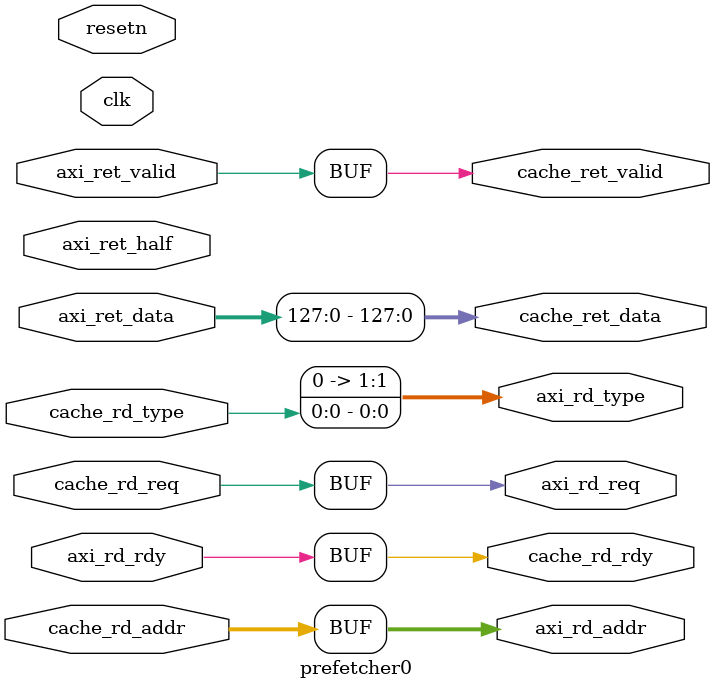
<source format=v>
`define IDLE          6'b000001
`define HIT           6'b000010
`define BAD           6'b000100
`define MISS          6'b001000
`define FILL          6'b010000
`define UNCACHE       6'b100000

module prefetcher0 (
    input           clk,
    input           resetn,
    // Dcache
    input           cache_rd_req,
    input           cache_rd_type,
    input   [ 31:0] cache_rd_addr,
    output          cache_rd_rdy,
    output          cache_ret_valid,
    output  [127:0] cache_ret_data,
    // AXI
    output          axi_rd_req,
    output  [  1:0] axi_rd_type,
    output  [ 31:0] axi_rd_addr,
    input           axi_rd_rdy,
    input           axi_ret_valid,
    input   [255:0] axi_ret_data,
    input           axi_ret_half
);

assign axi_rd_req = cache_rd_req;
assign axi_rd_type = {1'b0, cache_rd_type};
assign axi_rd_addr = cache_rd_addr;
assign cache_rd_rdy = axi_rd_rdy;
assign cache_ret_valid = axi_ret_valid;
assign cache_ret_data = axi_ret_data[127:0];
    
endmodule

</source>
